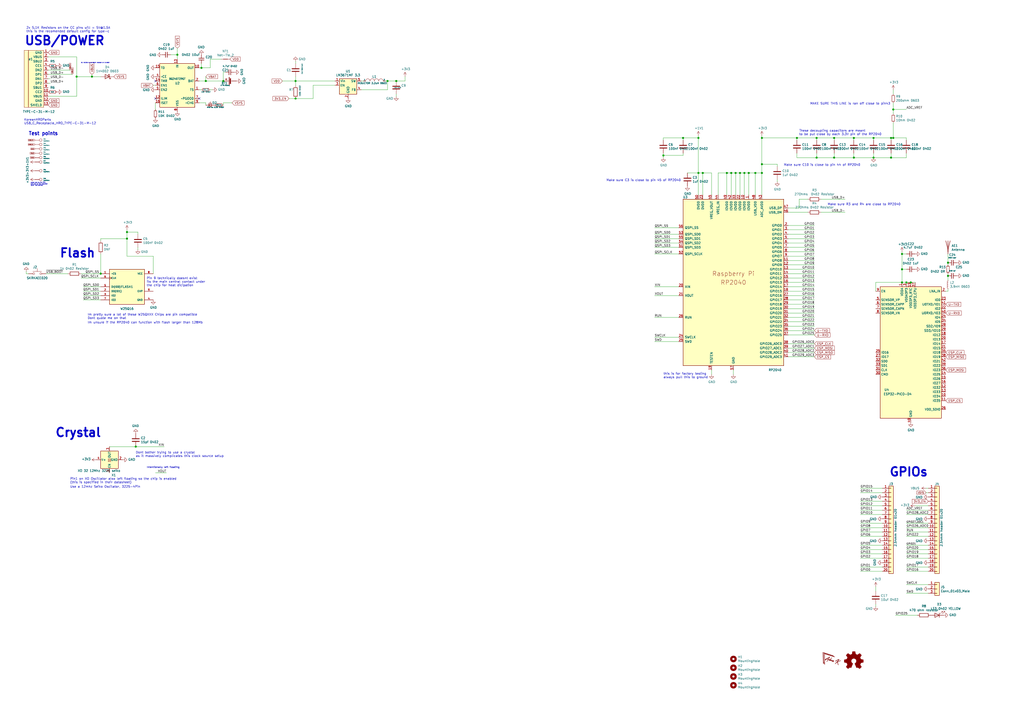
<source format=kicad_sch>
(kicad_sch (version 20210621) (generator eeschema)
  (paper "A2")
  (title_block (title "RP2040 Minimal Design Example") (date "2020-12-18") (rev "REV1") (company "Raspberry Pi (Trading) Ltd"))
  (junction (at 44.45 44.45) (diameter 1.016))
  (junction (at 53.34 44.45) (diameter 1.016))
  (junction (at 58.42 158.75) (diameter 1.016))
  (junction (at 73.66 134.62) (diameter 1.016))
  (junction (at 73.66 138.43) (diameter 1.016))
  (junction (at 78.74 259.08) (diameter 1.016))
  (junction (at 102.87 31.75) (diameter 1.016))
  (junction (at 116.84 39.37) (diameter 1.016))
  (junction (at 119.38 46.99) (diameter 1.016))
  (junction (at 129.54 46.99) (diameter 1.016))
  (junction (at 171.45 46.99) (diameter 1.016))
  (junction (at 171.45 57.15) (diameter 1.016))
  (junction (at 224.79 46.99) (diameter 1.016))
  (junction (at 229.87 46.99) (diameter 1.016))
  (junction (at 384.81 90.17) (diameter 1.016))
  (junction (at 396.24 80.01) (diameter 1.016))
  (junction (at 405.13 80.01) (diameter 1.016))
  (junction (at 405.13 100.33) (diameter 1.016))
  (junction (at 407.67 100.33) (diameter 1.016))
  (junction (at 421.64 100.33) (diameter 1.016))
  (junction (at 424.18 100.33) (diameter 1.016))
  (junction (at 426.72 100.33) (diameter 1.016))
  (junction (at 429.26 100.33) (diameter 1.016))
  (junction (at 431.8 100.33) (diameter 1.016))
  (junction (at 434.34 100.33) (diameter 1.016))
  (junction (at 438.15 100.33) (diameter 1.016))
  (junction (at 441.96 80.01) (diameter 1.016))
  (junction (at 441.96 95.25) (diameter 1.016))
  (junction (at 441.96 100.33) (diameter 1.016))
  (junction (at 462.28 80.01) (diameter 1.016))
  (junction (at 473.71 80.01) (diameter 1.016))
  (junction (at 473.71 91.44) (diameter 1.016))
  (junction (at 483.87 80.01) (diameter 1.016))
  (junction (at 483.87 91.44) (diameter 1.016))
  (junction (at 495.3 80.01) (diameter 1.016))
  (junction (at 495.3 91.44) (diameter 1.016))
  (junction (at 506.73 80.01) (diameter 1.016))
  (junction (at 506.73 91.44) (diameter 1.016))
  (junction (at 516.89 80.01) (diameter 1.016))
  (junction (at 516.89 91.44) (diameter 1.016))
  (junction (at 518.16 63.5) (diameter 1.016))
  (junction (at 518.16 80.01) (diameter 1.016))
  (junction (at 523.24 147.32) (diameter 1.016))
  (junction (at 523.24 156.21) (diameter 1.016))
  (junction (at 523.24 163.83) (diameter 1.016))
  (junction (at 525.78 163.83) (diameter 1.016))
  (junction (at 528.32 163.83) (diameter 1.016))
  (junction (at 549.91 152.4) (diameter 1.016))
  (junction (at 549.91 160.02) (diameter 1.016))
  (no_connect (at 90.17 46.99))
  (no_connect (at 90.17 57.15))
  (no_connect (at 115.57 57.15))
  (wire (pts (xy 15.24 158.75) (xy 15.24 157.48)))
  (wire (pts (xy 16.51 158.75) (xy 15.24 158.75)))
  (wire (pts (xy 27.94 33.02) (xy 44.45 33.02)))
  (wire (pts (xy 27.94 40.64) (xy 40.64 40.64)))
  (wire (pts (xy 27.94 43.18) (xy 41.91 43.18)))
  (wire (pts (xy 27.94 45.72) (xy 29.21 45.72)))
  (wire (pts (xy 27.94 48.26) (xy 29.21 48.26)))
  (wire (pts (xy 39.37 158.75) (xy 26.67 158.75)))
  (wire (pts (xy 44.45 33.02) (xy 44.45 44.45)))
  (wire (pts (xy 44.45 44.45) (xy 44.45 55.88)))
  (wire (pts (xy 44.45 44.45) (xy 53.34 44.45)))
  (wire (pts (xy 44.45 55.88) (xy 27.94 55.88)))
  (wire (pts (xy 46.99 158.75) (xy 58.42 158.75)))
  (wire (pts (xy 46.99 161.29) (xy 58.42 161.29)))
  (wire (pts (xy 48.26 168.91) (xy 58.42 168.91)))
  (wire (pts (xy 53.34 44.45) (xy 53.34 43.18)))
  (wire (pts (xy 53.34 44.45) (xy 58.42 44.45)))
  (wire (pts (xy 58.42 138.43) (xy 73.66 138.43)))
  (wire (pts (xy 58.42 139.7) (xy 58.42 138.43)))
  (wire (pts (xy 58.42 147.32) (xy 58.42 158.75)))
  (wire (pts (xy 58.42 166.37) (xy 48.26 166.37)))
  (wire (pts (xy 58.42 171.45) (xy 48.26 171.45)))
  (wire (pts (xy 58.42 173.99) (xy 48.26 173.99)))
  (wire (pts (xy 63.5 259.08) (xy 78.74 259.08)))
  (wire (pts (xy 73.66 133.35) (xy 73.66 134.62)))
  (wire (pts (xy 73.66 134.62) (xy 73.66 138.43)))
  (wire (pts (xy 73.66 138.43) (xy 73.66 148.59)))
  (wire (pts (xy 73.66 148.59) (xy 88.9 148.59)))
  (wire (pts (xy 78.74 259.08) (xy 95.25 259.08)))
  (wire (pts (xy 80.01 134.62) (xy 73.66 134.62)))
  (wire (pts (xy 80.01 135.89) (xy 80.01 134.62)))
  (wire (pts (xy 80.01 143.51) (xy 80.01 144.78)))
  (wire (pts (xy 88.9 49.53) (xy 90.17 49.53)))
  (wire (pts (xy 88.9 158.75) (xy 88.9 148.59)))
  (wire (pts (xy 90.17 63.5) (xy 90.17 59.69)))
  (wire (pts (xy 90.17 274.32) (xy 96.52 274.32)))
  (wire (pts (xy 99.06 31.75) (xy 102.87 31.75)))
  (wire (pts (xy 102.87 31.75) (xy 102.87 27.94)))
  (wire (pts (xy 102.87 34.29) (xy 102.87 31.75)))
  (wire (pts (xy 115.57 52.07) (xy 116.84 52.07)))
  (wire (pts (xy 115.57 59.69) (xy 119.38 59.69)))
  (wire (pts (xy 116.84 36.83) (xy 116.84 39.37)))
  (wire (pts (xy 116.84 39.37) (xy 115.57 39.37)))
  (wire (pts (xy 119.38 44.45) (xy 119.38 46.99)))
  (wire (pts (xy 119.38 46.99) (xy 115.57 46.99)))
  (wire (pts (xy 119.38 59.69) (xy 119.38 60.96)))
  (wire (pts (xy 121.92 34.29) (xy 121.92 39.37)))
  (wire (pts (xy 121.92 39.37) (xy 116.84 39.37)))
  (wire (pts (xy 121.92 52.07) (xy 123.19 52.07)))
  (wire (pts (xy 128.27 34.29) (xy 121.92 34.29)))
  (wire (pts (xy 129.54 41.91) (xy 129.54 46.99)))
  (wire (pts (xy 129.54 46.99) (xy 119.38 46.99)))
  (wire (pts (xy 129.54 59.69) (xy 129.54 60.96)))
  (wire (pts (xy 130.81 41.91) (xy 129.54 41.91)))
  (wire (pts (xy 134.62 59.69) (xy 129.54 59.69)))
  (wire (pts (xy 163.83 46.99) (xy 171.45 46.99)))
  (wire (pts (xy 171.45 36.83) (xy 171.45 35.56)))
  (wire (pts (xy 171.45 44.45) (xy 171.45 46.99)))
  (wire (pts (xy 171.45 46.99) (xy 194.31 46.99)))
  (wire (pts (xy 171.45 49.53) (xy 171.45 46.99)))
  (wire (pts (xy 171.45 57.15) (xy 167.64 57.15)))
  (wire (pts (xy 171.45 57.15) (xy 181.61 57.15)))
  (wire (pts (xy 181.61 49.53) (xy 181.61 57.15)))
  (wire (pts (xy 181.61 49.53) (xy 194.31 49.53)))
  (wire (pts (xy 209.55 46.99) (xy 210.82 46.99)))
  (wire (pts (xy 209.55 52.07) (xy 224.79 52.07)))
  (wire (pts (xy 223.52 46.99) (xy 224.79 46.99)))
  (wire (pts (xy 224.79 46.99) (xy 229.87 46.99)))
  (wire (pts (xy 224.79 52.07) (xy 224.79 46.99)))
  (wire (pts (xy 229.87 54.61) (xy 229.87 55.88)))
  (wire (pts (xy 234.95 44.45) (xy 234.95 46.99)))
  (wire (pts (xy 234.95 46.99) (xy 229.87 46.99)))
  (wire (pts (xy 379.73 135.89) (xy 393.7 135.89)))
  (wire (pts (xy 379.73 138.43) (xy 393.7 138.43)))
  (wire (pts (xy 379.73 140.97) (xy 393.7 140.97)))
  (wire (pts (xy 379.73 143.51) (xy 393.7 143.51)))
  (wire (pts (xy 379.73 166.37) (xy 393.7 166.37)))
  (wire (pts (xy 384.81 80.01) (xy 396.24 80.01)))
  (wire (pts (xy 384.81 81.28) (xy 384.81 80.01)))
  (wire (pts (xy 384.81 88.9) (xy 384.81 90.17)))
  (wire (pts (xy 384.81 90.17) (xy 384.81 91.44)))
  (wire (pts (xy 384.81 90.17) (xy 396.24 90.17)))
  (wire (pts (xy 393.7 132.08) (xy 379.73 132.08)))
  (wire (pts (xy 393.7 147.32) (xy 379.73 147.32)))
  (wire (pts (xy 393.7 171.45) (xy 379.73 171.45)))
  (wire (pts (xy 393.7 184.15) (xy 379.73 184.15)))
  (wire (pts (xy 393.7 195.58) (xy 379.73 195.58)))
  (wire (pts (xy 393.7 198.12) (xy 379.73 198.12)))
  (wire (pts (xy 396.24 80.01) (xy 405.13 80.01)))
  (wire (pts (xy 396.24 81.28) (xy 396.24 80.01)))
  (wire (pts (xy 396.24 90.17) (xy 396.24 88.9)))
  (wire (pts (xy 405.13 78.74) (xy 405.13 80.01)))
  (wire (pts (xy 405.13 80.01) (xy 405.13 100.33)))
  (wire (pts (xy 405.13 100.33) (xy 398.78 100.33)))
  (wire (pts (xy 405.13 100.33) (xy 405.13 113.03)))
  (wire (pts (xy 407.67 100.33) (xy 405.13 100.33)))
  (wire (pts (xy 407.67 113.03) (xy 407.67 100.33)))
  (wire (pts (xy 412.75 100.33) (xy 407.67 100.33)))
  (wire (pts (xy 412.75 113.03) (xy 412.75 100.33)))
  (wire (pts (xy 412.75 214.63) (xy 412.75 217.17)))
  (wire (pts (xy 416.56 100.33) (xy 421.64 100.33)))
  (wire (pts (xy 416.56 113.03) (xy 416.56 100.33)))
  (wire (pts (xy 421.64 100.33) (xy 424.18 100.33)))
  (wire (pts (xy 421.64 113.03) (xy 421.64 100.33)))
  (wire (pts (xy 424.18 100.33) (xy 426.72 100.33)))
  (wire (pts (xy 424.18 113.03) (xy 424.18 100.33)))
  (wire (pts (xy 425.45 214.63) (xy 425.45 217.17)))
  (wire (pts (xy 426.72 100.33) (xy 429.26 100.33)))
  (wire (pts (xy 426.72 113.03) (xy 426.72 100.33)))
  (wire (pts (xy 429.26 100.33) (xy 431.8 100.33)))
  (wire (pts (xy 429.26 113.03) (xy 429.26 100.33)))
  (wire (pts (xy 431.8 100.33) (xy 434.34 100.33)))
  (wire (pts (xy 431.8 113.03) (xy 431.8 100.33)))
  (wire (pts (xy 434.34 100.33) (xy 434.34 113.03)))
  (wire (pts (xy 434.34 100.33) (xy 438.15 100.33)))
  (wire (pts (xy 438.15 100.33) (xy 441.96 100.33)))
  (wire (pts (xy 438.15 113.03) (xy 438.15 100.33)))
  (wire (pts (xy 441.96 78.74) (xy 441.96 80.01)))
  (wire (pts (xy 441.96 80.01) (xy 441.96 95.25)))
  (wire (pts (xy 441.96 80.01) (xy 462.28 80.01)))
  (wire (pts (xy 441.96 95.25) (xy 441.96 100.33)))
  (wire (pts (xy 441.96 95.25) (xy 450.85 95.25)))
  (wire (pts (xy 441.96 100.33) (xy 441.96 113.03)))
  (wire (pts (xy 450.85 96.52) (xy 450.85 95.25)))
  (wire (pts (xy 450.85 104.14) (xy 450.85 105.41)))
  (wire (pts (xy 457.2 120.65) (xy 463.55 120.65)))
  (wire (pts (xy 457.2 123.19) (xy 468.63 123.19)))
  (wire (pts (xy 457.2 130.81) (xy 472.44 130.81)))
  (wire (pts (xy 457.2 133.35) (xy 472.44 133.35)))
  (wire (pts (xy 457.2 135.89) (xy 472.44 135.89)))
  (wire (pts (xy 457.2 138.43) (xy 472.44 138.43)))
  (wire (pts (xy 457.2 140.97) (xy 472.44 140.97)))
  (wire (pts (xy 457.2 143.51) (xy 472.44 143.51)))
  (wire (pts (xy 457.2 146.05) (xy 472.44 146.05)))
  (wire (pts (xy 457.2 148.59) (xy 472.44 148.59)))
  (wire (pts (xy 457.2 151.13) (xy 472.44 151.13)))
  (wire (pts (xy 457.2 153.67) (xy 472.44 153.67)))
  (wire (pts (xy 457.2 156.21) (xy 472.44 156.21)))
  (wire (pts (xy 457.2 158.75) (xy 472.44 158.75)))
  (wire (pts (xy 457.2 161.29) (xy 472.44 161.29)))
  (wire (pts (xy 457.2 163.83) (xy 472.44 163.83)))
  (wire (pts (xy 457.2 166.37) (xy 472.44 166.37)))
  (wire (pts (xy 457.2 168.91) (xy 472.44 168.91)))
  (wire (pts (xy 457.2 171.45) (xy 472.44 171.45)))
  (wire (pts (xy 457.2 173.99) (xy 472.44 173.99)))
  (wire (pts (xy 457.2 176.53) (xy 472.44 176.53)))
  (wire (pts (xy 457.2 179.07) (xy 472.44 179.07)))
  (wire (pts (xy 457.2 181.61) (xy 472.44 181.61)))
  (wire (pts (xy 457.2 184.15) (xy 472.44 184.15)))
  (wire (pts (xy 457.2 186.69) (xy 472.44 186.69)))
  (wire (pts (xy 457.2 189.23) (xy 472.44 189.23)))
  (wire (pts (xy 457.2 191.77) (xy 472.44 191.77)))
  (wire (pts (xy 457.2 194.31) (xy 472.44 194.31)))
  (wire (pts (xy 457.2 199.39) (xy 472.44 199.39)))
  (wire (pts (xy 457.2 201.93) (xy 472.44 201.93)))
  (wire (pts (xy 457.2 204.47) (xy 472.44 204.47)))
  (wire (pts (xy 457.2 207.01) (xy 472.44 207.01)))
  (wire (pts (xy 462.28 80.01) (xy 473.71 80.01)))
  (wire (pts (xy 462.28 81.28) (xy 462.28 80.01)))
  (wire (pts (xy 462.28 88.9) (xy 462.28 91.44)))
  (wire (pts (xy 462.28 91.44) (xy 473.71 91.44)))
  (wire (pts (xy 463.55 115.57) (xy 463.55 120.65)))
  (wire (pts (xy 463.55 115.57) (xy 468.63 115.57)))
  (wire (pts (xy 473.71 80.01) (xy 483.87 80.01)))
  (wire (pts (xy 473.71 81.28) (xy 473.71 80.01)))
  (wire (pts (xy 473.71 91.44) (xy 473.71 88.9)))
  (wire (pts (xy 473.71 91.44) (xy 483.87 91.44)))
  (wire (pts (xy 476.25 115.57) (xy 490.22 115.57)))
  (wire (pts (xy 476.25 123.19) (xy 490.22 123.19)))
  (wire (pts (xy 483.87 80.01) (xy 495.3 80.01)))
  (wire (pts (xy 483.87 81.28) (xy 483.87 80.01)))
  (wire (pts (xy 483.87 88.9) (xy 483.87 91.44)))
  (wire (pts (xy 495.3 80.01) (xy 506.73 80.01)))
  (wire (pts (xy 495.3 81.28) (xy 495.3 80.01)))
  (wire (pts (xy 495.3 88.9) (xy 495.3 91.44)))
  (wire (pts (xy 495.3 91.44) (xy 483.87 91.44)))
  (wire (pts (xy 499.11 298.45) (xy 511.81 298.45)))
  (wire (pts (xy 499.11 311.15) (xy 511.81 311.15)))
  (wire (pts (xy 499.11 316.23) (xy 511.81 316.23)))
  (wire (pts (xy 506.73 80.01) (xy 516.89 80.01)))
  (wire (pts (xy 506.73 81.28) (xy 506.73 80.01)))
  (wire (pts (xy 506.73 88.9) (xy 506.73 91.44)))
  (wire (pts (xy 506.73 91.44) (xy 495.3 91.44)))
  (wire (pts (xy 508 163.83) (xy 508 168.91)))
  (wire (pts (xy 508 340.36) (xy 508 342.9)))
  (wire (pts (xy 508 350.52) (xy 508 351.79)))
  (wire (pts (xy 511.81 283.21) (xy 499.11 283.21)))
  (wire (pts (xy 511.81 285.75) (xy 499.11 285.75)))
  (wire (pts (xy 511.81 290.83) (xy 499.11 290.83)))
  (wire (pts (xy 511.81 293.37) (xy 499.11 293.37)))
  (wire (pts (xy 511.81 295.91) (xy 499.11 295.91)))
  (wire (pts (xy 511.81 303.53) (xy 499.11 303.53)))
  (wire (pts (xy 511.81 306.07) (xy 499.11 306.07)))
  (wire (pts (xy 511.81 308.61) (xy 499.11 308.61)))
  (wire (pts (xy 511.81 318.77) (xy 499.11 318.77)))
  (wire (pts (xy 511.81 321.31) (xy 499.11 321.31)))
  (wire (pts (xy 511.81 323.85) (xy 499.11 323.85)))
  (wire (pts (xy 511.81 328.93) (xy 499.11 328.93)))
  (wire (pts (xy 511.81 331.47) (xy 499.11 331.47)))
  (wire (pts (xy 516.89 80.01) (xy 516.89 81.28)))
  (wire (pts (xy 516.89 80.01) (xy 518.16 80.01)))
  (wire (pts (xy 516.89 88.9) (xy 516.89 91.44)))
  (wire (pts (xy 516.89 91.44) (xy 506.73 91.44)))
  (wire (pts (xy 516.89 91.44) (xy 525.78 91.44)))
  (wire (pts (xy 518.16 52.07) (xy 518.16 54.61)))
  (wire (pts (xy 518.16 59.69) (xy 518.16 63.5)))
  (wire (pts (xy 518.16 63.5) (xy 518.16 66.04)))
  (wire (pts (xy 518.16 63.5) (xy 525.78 63.5)))
  (wire (pts (xy 518.16 80.01) (xy 518.16 71.12)))
  (wire (pts (xy 518.16 80.01) (xy 525.78 80.01)))
  (wire (pts (xy 523.24 146.05) (xy 523.24 147.32)))
  (wire (pts (xy 523.24 147.32) (xy 523.24 156.21)))
  (wire (pts (xy 523.24 147.32) (xy 525.78 147.32)))
  (wire (pts (xy 523.24 156.21) (xy 523.24 163.83)))
  (wire (pts (xy 523.24 156.21) (xy 525.78 156.21)))
  (wire (pts (xy 523.24 163.83) (xy 508 163.83)))
  (wire (pts (xy 523.24 163.83) (xy 525.78 163.83)))
  (wire (pts (xy 525.78 80.01) (xy 525.78 81.28)))
  (wire (pts (xy 525.78 88.9) (xy 525.78 91.44)))
  (wire (pts (xy 525.78 163.83) (xy 528.32 163.83)))
  (wire (pts (xy 525.78 308.61) (xy 538.48 308.61)))
  (wire (pts (xy 525.78 344.17) (xy 538.48 344.17)))
  (wire (pts (xy 528.32 163.83) (xy 530.86 163.83)))
  (wire (pts (xy 530.86 293.37) (xy 538.48 293.37)))
  (wire (pts (xy 532.13 356.87) (xy 519.43 356.87)))
  (wire (pts (xy 537.21 283.21) (xy 538.48 283.21)))
  (wire (pts (xy 538.48 285.75) (xy 537.21 285.75)))
  (wire (pts (xy 538.48 295.91) (xy 525.78 295.91)))
  (wire (pts (xy 538.48 298.45) (xy 525.78 298.45)))
  (wire (pts (xy 538.48 303.53) (xy 525.78 303.53)))
  (wire (pts (xy 538.48 306.07) (xy 525.78 306.07)))
  (wire (pts (xy 538.48 311.15) (xy 525.78 311.15)))
  (wire (pts (xy 538.48 316.23) (xy 525.78 316.23)))
  (wire (pts (xy 538.48 318.77) (xy 525.78 318.77)))
  (wire (pts (xy 538.48 321.31) (xy 525.78 321.31)))
  (wire (pts (xy 538.48 323.85) (xy 525.78 323.85)))
  (wire (pts (xy 538.48 328.93) (xy 525.78 328.93)))
  (wire (pts (xy 538.48 331.47) (xy 525.78 331.47)))
  (wire (pts (xy 538.48 339.09) (xy 525.78 339.09)))
  (wire (pts (xy 548.64 168.91) (xy 549.91 168.91)))
  (wire (pts (xy 549.91 152.4) (xy 549.91 147.32)))
  (wire (pts (xy 549.91 153.67) (xy 549.91 152.4)))
  (wire (pts (xy 549.91 160.02) (xy 549.91 158.75)))
  (wire (pts (xy 549.91 162.56) (xy 549.91 160.02)))
  (wire (pts (xy 549.91 168.91) (xy 549.91 167.64)))
  (text "USB/POWER" (at 13.97 26.67 0) (effects (font (size 5.0038 5.0038) (thickness 1.0008) bold) (justify left bottom)))
  (text "KoreanHROParts \nUSB_C_Receptacle_HRO_TYPE-C-31-M-12" (at 13.97 72.39 0) (effects (font (size 1.27 1.27)) (justify left bottom)))
  (text "2x 5.1K Resistors on the CC pins will = 5V@1.5A\nthis is the recomended default config for type-c" (at 15.24 19.05 0) (effects (font (size 1.27 1.27)) (justify left bottom)))
  (text "Test points" (at 16.51 78.74 0) (effects (font (size 2.0066 2.0066) (thickness 0.4013) bold) (justify left bottom)))
  (text "place one by the CPU\nand one by the regulator\n(3.3V Test points)" (at 17.78 107.95 0) (effects (font (size 0.508 0.508)) (justify left bottom)))
  (text "Crystal" (at 31.75 254 0) (effects (font (size 5.0038 5.0038) (thickness 1.0008) bold) (justify left bottom)))
  (text "Flash" (at 34.29 149.86 0) (effects (font (size 5.0038 5.0038) (thickness 1.0008) bold) (justify left bottom)))
  (text "Pin1 on XO Oscillator also left floating so the chip is enabled\n(this is specified in their datasheet)" (at 40.64 280.67 0) (effects (font (size 1.27 1.27)) (justify left bottom)))
  (text "Use a 12mhz Seiko Oscilator, 3225-4Pin" (at 40.64 283.21 0) (effects (font (size 1.27 1.27)) (justify left bottom)))
  (text "D1 NEEDS to be 0omh resistor or 1n4002" (at 46.99 36.83 0) (effects (font (size 0.508 0.508)) (justify left bottom)))
  (text "Im pretty sure a lot of these W25QXXX Chips are pin compatible\nDont quote me on that" (at 50.8 185.42 0) (effects (font (size 1.27 1.27)) (justify left bottom)))
  (text "Im unsure if the RP2040 can function with flash larger than 128Mb" (at 50.8 187.96 0) (effects (font (size 1.27 1.27)) (justify left bottom)))
  (text "Dont bother trying to use a crystal\nas it massively complicates this clock source setup" (at 78.74 265.43 0) (effects (font (size 1.27 1.27)) (justify left bottom)))
  (text "Pin 9 technically doesnt exist\nits the main central contact under\nthe chip for heat dicipation" (at 85.09 166.37 0) (effects (font (size 1.27 1.27)) (justify left bottom)))
  (text "Intentionally left floating" (at 85.09 271.78 0) (effects (font (size 0.9906 0.9906)) (justify left bottom)))
  (text "this is for factory testing\nalways pull this to ground" (at 384.81 219.71 0) (effects (font (size 1.27 1.27)) (justify left bottom)))
  (text "Make sure C3 is close to pin 45 of RP2040" (at 394.97 105.41 180) (effects (font (size 1.27 1.27)) (justify right bottom)))
  (text "Make sure C10 is close to pin 44 of RP2040" (at 454.66 96.52 0) (effects (font (size 1.27 1.27)) (justify left bottom)))
  (text "These decoupling capacitors are meant\nto be put close by each 3.3V pin of the RP2040" (at 463.55 78.74 0) (effects (font (size 1.27 1.27)) (justify left bottom)))
  (text "MAKE SURE THIS LINE is ran off close to pin43" (at 469.9 60.96 0) (effects (font (size 1.27 1.27)) (justify left bottom)))
  (text "Make sure R3 and R4 are close to RP2040" (at 480.06 119.38 0) (effects (font (size 1.27 1.27)) (justify left bottom)))
  (text "GPIOs" (at 515.62 276.86 0) (effects (font (size 5.0038 5.0038) (thickness 1.0008) bold) (justify left bottom)))
  (label "~{USB_BOOT}" (at 26.67 158.75 0))
  (label "USB_D-" (at 29.21 40.64 0))
  (label "USB_D+" (at 29.21 43.18 0))
  (label "USB_D-" (at 29.21 45.72 0))
  (label "USB_D+" (at 29.21 48.26 0))
  (label "QSPI_SCLK" (at 46.99 161.29 0))
  (label "QSPI_SD0" (at 48.26 166.37 0))
  (label "QSPI_SD1" (at 48.26 168.91 0))
  (label "QSPI_SD2" (at 48.26 171.45 0))
  (label "QSPI_SD3" (at 48.26 173.99 0))
  (label "QSPI_SS" (at 49.53 158.75 0))
  (label "XIN" (at 95.25 259.08 180))
  (label "XOUT" (at 96.52 274.32 180))
  (label "QSPI_SS" (at 379.73 132.08 0))
  (label "QSPI_SD0" (at 379.73 135.89 0))
  (label "QSPI_SD1" (at 379.73 138.43 0))
  (label "QSPI_SD2" (at 379.73 140.97 0))
  (label "QSPI_SD3" (at 379.73 143.51 0))
  (label "QSPI_SCLK" (at 379.73 147.32 0))
  (label "XIN" (at 379.73 166.37 0))
  (label "XOUT" (at 379.73 171.45 0))
  (label "RUN" (at 379.73 184.15 0))
  (label "SWCLK" (at 379.73 195.58 0))
  (label "SWD" (at 379.73 198.12 0))
  (label "GPIO0" (at 472.44 130.81 180))
  (label "GPIO1" (at 472.44 133.35 180))
  (label "GPIO2" (at 472.44 135.89 180))
  (label "GPIO3" (at 472.44 138.43 180))
  (label "GPIO4" (at 472.44 140.97 180))
  (label "GPIO5" (at 472.44 143.51 180))
  (label "GPIO6" (at 472.44 146.05 180))
  (label "GPIO7" (at 472.44 148.59 180))
  (label "GPIO8" (at 472.44 151.13 180))
  (label "GPIO9" (at 472.44 153.67 180))
  (label "GPIO10" (at 472.44 156.21 180))
  (label "GPIO11" (at 472.44 158.75 180))
  (label "GPIO12" (at 472.44 161.29 180))
  (label "GPIO13" (at 472.44 163.83 180))
  (label "GPIO14" (at 472.44 166.37 180))
  (label "GPIO15" (at 472.44 168.91 180))
  (label "GPIO16" (at 472.44 171.45 180))
  (label "GPIO17" (at 472.44 173.99 180))
  (label "GPIO18" (at 472.44 176.53 180))
  (label "GPIO19" (at 472.44 179.07 180))
  (label "GPIO20" (at 472.44 181.61 180))
  (label "GPIO21" (at 472.44 184.15 180))
  (label "GPIO22" (at 472.44 186.69 180))
  (label "GPIO23" (at 472.44 189.23 180))
  (label "GPIO24" (at 472.44 191.77 180))
  (label "GPIO25" (at 472.44 194.31 180))
  (label "GPIO26_ADC0" (at 472.44 199.39 180))
  (label "GPIO27_ADC1" (at 472.44 201.93 180))
  (label "GPIO28_ADC2" (at 472.44 204.47 180))
  (label "GPIO29_ADC3" (at 472.44 207.01 180))
  (label "USB_D+" (at 490.22 115.57 180))
  (label "USB_D-" (at 490.22 123.19 180))
  (label "GPIO15" (at 499.11 283.21 0))
  (label "GPIO14" (at 499.11 285.75 0))
  (label "GPIO13" (at 499.11 290.83 0))
  (label "GPIO12" (at 499.11 293.37 0))
  (label "GPIO11" (at 499.11 295.91 0))
  (label "GPIO10" (at 499.11 298.45 0))
  (label "GPIO9" (at 499.11 303.53 0))
  (label "GPIO8" (at 499.11 306.07 0))
  (label "GPIO7" (at 499.11 308.61 0))
  (label "GPIO6" (at 499.11 311.15 0))
  (label "GPIO5" (at 499.11 316.23 0))
  (label "GPIO4" (at 499.11 318.77 0))
  (label "GPIO3" (at 499.11 321.31 0))
  (label "GPIO2" (at 499.11 323.85 0))
  (label "GPIO1" (at 499.11 328.93 0))
  (label "GPIO0" (at 499.11 331.47 0))
  (label "GPIO25" (at 519.43 356.87 0))
  (label "ADC_VREF" (at 525.78 63.5 0))
  (label "ADC_VREF" (at 525.78 295.91 0))
  (label "GPIO28_ADC2" (at 525.78 298.45 0))
  (label "GPIO27_ADC1" (at 525.78 303.53 0) (effects (font (size 0.9906 0.9906))))
  (label "GPIO26_ADC0" (at 525.78 306.07 0))
  (label "RUN" (at 525.78 308.61 0))
  (label "GPIO22" (at 525.78 311.15 0))
  (label "GPIO21" (at 525.78 316.23 0) (effects (font (size 0.9906 0.9906))))
  (label "GPIO20" (at 525.78 318.77 0))
  (label "GPIO19" (at 525.78 321.31 0))
  (label "GPIO18" (at 525.78 323.85 0))
  (label "GPIO17" (at 525.78 328.93 0))
  (label "GPIO16" (at 525.78 331.47 0))
  (label "SWCLK" (at 525.78 339.09 0))
  (label "SWD" (at 525.78 344.17 0))
  (global_label "USB_D+" (shape input) (at 20.32 81.28 180) (effects (font (size 0.508 0.508))) (property "Intersheet References" "${INTERSHEET_REFS}" (effects hide)))
  (global_label "USB_D-" (shape input) (at 20.32 83.82 180) (effects (font (size 0.508 0.508))) (property "Intersheet References" "${INTERSHEET_REFS}" (effects hide)))
  (global_label "GND" (shape input) (at 20.32 86.36 180) (effects (font (size 0.508 0.508))) (property "Intersheet References" "${INTERSHEET_REFS}" (effects hide)))
  (global_label "VBUS" (shape input) (at 20.32 88.9 180) (effects (font (size 0.508 0.508))) (property "Intersheet References" "${INTERSHEET_REFS}" (effects hide)))
  (global_label "VSYS" (shape input) (at 20.32 91.44 180) (effects (font (size 0.508 0.508))) (property "Intersheet References" "${INTERSHEET_REFS}" (effects hide)))
  (global_label "GND" (shape input) (at 27.94 30.48 0) (property "Intersheet References" "${INTERSHEET_REFS}" (effects hide)))
  (global_label "GND" (shape input) (at 27.94 58.42 0) (property "Intersheet References" "${INTERSHEET_REFS}" (effects hide)))
  (global_label "GND" (shape input) (at 27.94 60.96 0) (property "Intersheet References" "${INTERSHEET_REFS}" (effects hide)))
  (global_label "USB_D-" (shape input) (at 40.64 40.64 90) (effects (font (size 0.508 0.508))) (property "Intersheet References" "${INTERSHEET_REFS}" (effects hide)))
  (global_label "USB_D+" (shape input) (at 41.91 43.18 90) (effects (font (size 0.508 0.508))) (property "Intersheet References" "${INTERSHEET_REFS}" (effects hide)))
  (global_label "VBUS" (shape input) (at 53.34 43.18 90) (effects (font (size 1.1938 1.1938))) (property "Intersheet References" "${INTERSHEET_REFS}" (effects hide)))
  (global_label "VSYS" (shape input) (at 66.04 44.45 0) (property "Intersheet References" "${INTERSHEET_REFS}" (effects hide)))
  (global_label "VBAT" (shape input) (at 88.9 49.53 180) (property "Intersheet References" "${INTERSHEET_REFS}" (effects hide)))
  (global_label "VSYS" (shape input) (at 102.87 27.94 90) (property "Intersheet References" "${INTERSHEET_REFS}" (effects hide)))
  (global_label "VBAT" (shape input) (at 119.38 44.45 0) (property "Intersheet References" "${INTERSHEET_REFS}" (effects hide)))
  (global_label "VDD" (shape input) (at 133.35 34.29 0) (property "Intersheet References" "${INTERSHEET_REFS}" (effects hide)))
  (global_label "VSYS" (shape input) (at 134.62 59.69 0) (property "Intersheet References" "${INTERSHEET_REFS}" (effects hide)))
  (global_label "VDD" (shape input) (at 163.83 46.99 180) (property "Intersheet References" "${INTERSHEET_REFS}" (effects hide)))
  (global_label "3V3_EN" (shape input) (at 167.64 57.15 180) (property "Intersheet References" "${INTERSHEET_REFS}" (effects hide)))
  (global_label "U-TXD" (shape input) (at 472.44 191.77 0) (property "Intersheet References" "${INTERSHEET_REFS}" (effects hide)))
  (global_label "U-RXD" (shape input) (at 472.44 194.31 0) (property "Intersheet References" "${INTERSHEET_REFS}" (effects hide)))
  (global_label "ESP_CLK" (shape input) (at 472.44 199.39 0) (property "Intersheet References" "${INTERSHEET_REFS}" (effects hide)))
  (global_label "ESP_MOSI" (shape input) (at 472.44 201.93 0) (property "Intersheet References" "${INTERSHEET_REFS}" (effects hide)))
  (global_label "ESP_MISO" (shape input) (at 472.44 204.47 0) (property "Intersheet References" "${INTERSHEET_REFS}" (effects hide)))
  (global_label "ESP_CS" (shape input) (at 472.44 207.01 0) (property "Intersheet References" "${INTERSHEET_REFS}" (effects hide)))
  (global_label "VSYS" (shape input) (at 537.21 285.75 180) (effects (font (size 0.9906 0.9906))) (property "Intersheet References" "${INTERSHEET_REFS}" (effects hide)))
  (global_label "3V3_EN" (shape input) (at 538.48 290.83 180) (property "Intersheet References" "${INTERSHEET_REFS}" (effects hide)))
  (global_label "U-TXD" (shape input) (at 548.64 176.53 0) (property "Intersheet References" "${INTERSHEET_REFS}" (effects hide)))
  (global_label "U-RXD" (shape input) (at 548.64 181.61 0) (property "Intersheet References" "${INTERSHEET_REFS}" (effects hide)))
  (global_label "ESP_CLK" (shape input) (at 548.64 204.47 0) (property "Intersheet References" "${INTERSHEET_REFS}" (effects hide)))
  (global_label "ESP_MISO" (shape input) (at 548.64 207.01 0) (property "Intersheet References" "${INTERSHEET_REFS}" (effects hide)))
  (global_label "ESP_MOSI" (shape input) (at 548.64 214.63 0) (property "Intersheet References" "${INTERSHEET_REFS}" (effects hide)))
  (global_label "ESP_CS" (shape input) (at 548.64 232.41 0) (property "Intersheet References" "${INTERSHEET_REFS}" (effects hide)))
  (symbol (lib_id "power:+1V1") (at 20.32 93.98 90) (unit 1)
    (property "Reference" "#PWR05" (effects hide))
    (property "Value" "+1V1" (at 15.9258 93.599 0))
  )
  (symbol (lib_id "power:+3V3") (at 20.32 99.06 90) (unit 1)
    (property "Reference" "#PWR0113" (effects hide))
    (property "Value" "+3V3" (at 15.9258 98.679 0))
  )
  (symbol (lib_id "power:+3V3") (at 20.32 104.14 90) (unit 1)
    (property "Reference" "#PWR0112" (effects hide))
    (property "Value" "+3V3" (at 15.9258 103.759 0))
  )
  (symbol (lib_id "power:+3.3V") (at 55.88 266.7 90) (unit 1)
    (property "Reference" "#PWR0106" (effects hide))
    (property "Value" "+3.3V" (at 52.6288 266.319 90) (effects (justify left)))
  )
  (symbol (lib_id "power:+3V3") (at 73.66 133.35 0) (unit 1)
    (property "Reference" "#PWR07" (effects hide))
    (property "Value" "+3V3" (at 74.041 128.9558 0))
  )
  (symbol (lib_id "power:+3V3") (at 234.95 44.45 0) (unit 1)
    (property "Reference" "#PWR09" (effects hide))
    (property "Value" "+3V3" (at 235.331 40.0558 0))
  )
  (symbol (lib_id "power:+1V1") (at 405.13 78.74 0) (unit 1)
    (property "Reference" "#PWR014" (effects hide))
    (property "Value" "+1V1" (at 405.511 74.3458 0))
  )
  (symbol (lib_id "power:+3V3") (at 441.96 78.74 0) (unit 1)
    (property "Reference" "#PWR017" (effects hide))
    (property "Value" "+3V3" (at 442.341 74.3458 0))
  )
  (symbol (lib_id "power:+3V3") (at 508 340.36 0) (unit 1)
    (property "Reference" "#PWR024" (effects hide))
    (property "Value" "+3V3" (at 508.381 335.9658 0))
  )
  (symbol (lib_id "power:+3.3V") (at 518.16 52.07 0) (unit 1)
    (property "Reference" "#PWR013" (effects hide))
    (property "Value" "+3.3V" (at 518.541 47.6758 0))
  )
  (symbol (lib_id "power:+3.3V") (at 523.24 146.05 0) (unit 1)
    (property "Reference" "#PWR0125" (effects hide))
    (property "Value" "+3.3V" (at 523.621 141.6558 0))
  )
  (symbol (lib_id "power:+3V3") (at 530.86 293.37 90) (unit 1)
    (property "Reference" "#PWR029" (effects hide))
    (property "Value" "+3V3" (at 527.6088 292.989 90) (effects (justify left)))
  )
  (symbol (lib_id "power:VBUS") (at 537.21 283.21 90) (unit 1)
    (property "Reference" "#PWR03" (effects hide))
    (property "Value" "VBUS" (at 530.86 283.21 90))
  )
  (symbol (lib_id "Device:Net-Tie_2") (at 130.81 34.29 0) (unit 1)
    (property "Reference" "NT1" (at 130.81 29.6926 0))
    (property "Value" "Net-Tie_2" (at 130.81 32.004 0))
    (property "Footprint" "NetTie:NetTie-2_SMD_Pad0.5mm" (effects hide))
  )
  (symbol (lib_id "Device:L_Small") (at 549.91 165.1 180) (unit 1)
    (property "Reference" "L2" (at 551.0276 163.9316 0) (effects (justify right)))
    (property "Value" "3.9nH 0603" (at 551.0276 166.243 0) (effects (justify right)))
    (property "Footprint" "Inductor_SMD:L_0603_1608Metric" (effects hide))
  )
  (symbol (lib_id "Connector:TestPoint") (at 20.32 81.28 270) (unit 1)
    (property "Reference" "TP1" (at 25.0952 80.7212 90) (effects (font (size 0.508 0.508)) (justify left)))
    (property "Value" "TestPoint" (at 25.0952 81.8134 90) (effects (font (size 0.508 0.508)) (justify left)))
    (property "Footprint" "TestPoint:TestPoint_Pad_D1.0mm" (effects hide))
  )
  (symbol (lib_id "Connector:TestPoint") (at 20.32 83.82 270) (unit 1)
    (property "Reference" "TP2" (at 25.0952 83.2612 90) (effects (font (size 0.508 0.508)) (justify left)))
    (property "Value" "TestPoint" (at 25.0952 84.3534 90) (effects (font (size 0.508 0.508)) (justify left)))
    (property "Footprint" "TestPoint:TestPoint_Pad_D1.0mm" (effects hide))
  )
  (symbol (lib_id "Connector:TestPoint") (at 20.32 86.36 270) (unit 1)
    (property "Reference" "TP3" (at 25.0952 85.8012 90) (effects (font (size 0.508 0.508)) (justify left)))
    (property "Value" "TestPoint" (at 25.0952 86.8934 90) (effects (font (size 0.508 0.508)) (justify left)))
    (property "Footprint" "TestPoint:TestPoint_Pad_D1.0mm" (effects hide))
  )
  (symbol (lib_id "Connector:TestPoint") (at 20.32 88.9 270) (unit 1)
    (property "Reference" "TP4" (at 25.0952 88.3412 90) (effects (font (size 0.508 0.508)) (justify left)))
    (property "Value" "TestPoint" (at 25.0952 89.4334 90) (effects (font (size 0.508 0.508)) (justify left)))
    (property "Footprint" "TestPoint:TestPoint_Pad_D1.0mm" (effects hide))
  )
  (symbol (lib_id "Connector:TestPoint") (at 20.32 91.44 270) (unit 1)
    (property "Reference" "TP5" (at 25.0952 90.8812 90) (effects (font (size 0.508 0.508)) (justify left)))
    (property "Value" "TestPoint" (at 25.0952 91.9734 90) (effects (font (size 0.508 0.508)) (justify left)))
    (property "Footprint" "TestPoint:TestPoint_Pad_D1.0mm" (effects hide))
  )
  (symbol (lib_id "Connector:TestPoint") (at 20.32 93.98 270) (unit 1)
    (property "Reference" "TP7" (at 25.0952 93.4212 90) (effects (font (size 0.508 0.508)) (justify left)))
    (property "Value" "TestPoint" (at 25.0952 94.5134 90) (effects (font (size 0.508 0.508)) (justify left)))
    (property "Footprint" "TestPoint:TestPoint_Pad_D1.0mm" (effects hide))
  )
  (symbol (lib_id "Connector:TestPoint") (at 20.32 99.06 270) (unit 1)
    (property "Reference" "TP6" (at 25.0952 98.5012 90) (effects (font (size 0.508 0.508)) (justify left)))
    (property "Value" "TestPoint" (at 25.0952 99.5934 90) (effects (font (size 0.508 0.508)) (justify left)))
    (property "Footprint" "TestPoint:TestPoint_Pad_D1.0mm" (effects hide))
  )
  (symbol (lib_id "Connector:TestPoint") (at 20.32 104.14 270) (unit 1)
    (property "Reference" "TP8" (at 25.0952 103.5812 90) (effects (font (size 0.508 0.508)) (justify left)))
    (property "Value" "TestPoint" (at 25.0952 104.6734 90) (effects (font (size 0.508 0.508)) (justify left)))
    (property "Footprint" "TestPoint:TestPoint_Pad_D1.0mm" (effects hide))
  )
  (symbol (lib_id "power:GND") (at 15.24 157.48 180) (unit 1)
    (property "Reference" "#PWR02" (effects hide))
    (property "Value" "GND" (at 15.113 153.0858 0))
  )
  (symbol (lib_id "power:GND") (at 33.02 38.1 90) (unit 1)
    (property "Reference" "#PWR0108" (effects hide))
    (property "Value" "GND" (at 36.2712 37.973 90) (effects (justify right)))
  )
  (symbol (lib_id "power:GND") (at 33.02 53.34 90) (unit 1)
    (property "Reference" "#PWR0109" (effects hide))
    (property "Value" "GND" (at 36.2712 53.213 90) (effects (justify right)))
  )
  (symbol (lib_id "power:GND") (at 71.12 266.7 90) (unit 1)
    (property "Reference" "#PWR0105" (effects hide))
    (property "Value" "GND" (at 74.3712 266.573 90) (effects (justify right)))
  )
  (symbol (lib_id "power:GND") (at 78.74 251.46 180) (unit 1)
    (property "Reference" "#PWR0107" (effects hide))
    (property "Value" "GND" (at 78.613 247.0658 0))
  )
  (symbol (lib_id "power:GND") (at 80.01 144.78 0) (unit 1)
    (property "Reference" "#PWR011" (effects hide))
    (property "Value" "GND" (at 83.82 146.05 0))
  )
  (symbol (lib_id "power:GND") (at 88.9 173.99 0) (unit 1)
    (property "Reference" "#PWR0101" (effects hide))
    (property "Value" "GND" (at 89.027 178.3842 0))
  )
  (symbol (lib_id "power:GND") (at 90.17 39.37 270) (unit 1)
    (property "Reference" "#PWR0123" (effects hide))
    (property "Value" "GND" (at 85.7758 39.497 0))
  )
  (symbol (lib_id "power:GND") (at 90.17 44.45 270) (unit 1)
    (property "Reference" "#PWR0119" (effects hide))
    (property "Value" "GND" (at 85.7758 44.577 0))
  )
  (symbol (lib_id "power:GND") (at 90.17 52.07 270) (unit 1)
    (property "Reference" "#PWR0120" (effects hide))
    (property "Value" "GND" (at 86.9188 52.197 90) (effects (justify right)))
  )
  (symbol (lib_id "power:GND") (at 90.17 68.58 0) (unit 1)
    (property "Reference" "#PWR0122" (effects hide))
    (property "Value" "GND" (at 90.297 72.9742 0))
  )
  (symbol (lib_id "power:GND") (at 93.98 31.75 270) (unit 1)
    (property "Reference" "#PWR0115" (effects hide))
    (property "Value" "GND" (at 90.7288 31.877 90) (effects (justify right)))
  )
  (symbol (lib_id "power:GND") (at 102.87 64.77 0) (unit 1)
    (property "Reference" "#PWR0116" (effects hide))
    (property "Value" "GND" (at 102.997 69.1642 0))
  )
  (symbol (lib_id "power:GND") (at 116.84 31.75 180) (unit 1)
    (property "Reference" "#PWR0121" (effects hide))
    (property "Value" "GND" (at 116.713 27.3558 0))
  )
  (symbol (lib_id "power:GND") (at 123.19 52.07 90) (unit 1)
    (property "Reference" "#PWR0117" (effects hide))
    (property "Value" "GND" (at 126.4412 51.943 90) (effects (justify right)))
  )
  (symbol (lib_id "power:GND") (at 135.89 41.91 90) (unit 1)
    (property "Reference" "#PWR0118" (effects hide))
    (property "Value" "GND" (at 140.2842 41.783 0))
  )
  (symbol (lib_id "power:GND") (at 137.16 46.99 90) (unit 1)
    (property "Reference" "#PWR022" (effects hide))
    (property "Value" "GND" (at 141.5542 46.863 0))
  )
  (symbol (lib_id "power:GND") (at 171.45 35.56 180) (unit 1)
    (property "Reference" "#PWR04" (effects hide))
    (property "Value" "GND" (at 175.26 34.29 0))
  )
  (symbol (lib_id "power:GND") (at 201.93 57.15 0) (unit 1)
    (property "Reference" "#PWR0110" (effects hide))
    (property "Value" "GND" (at 202.057 61.5442 0))
  )
  (symbol (lib_id "power:GND") (at 229.87 55.88 0) (unit 1)
    (property "Reference" "#PWR01" (effects hide))
    (property "Value" "GND" (at 226.06 57.15 0))
  )
  (symbol (lib_id "power:GND") (at 384.81 91.44 0) (unit 1)
    (property "Reference" "#PWR012" (effects hide))
    (property "Value" "GND" (at 384.937 95.8342 0))
  )
  (symbol (lib_id "power:GND") (at 398.78 107.95 0) (unit 1)
    (property "Reference" "#PWR06" (effects hide))
    (property "Value" "GND" (at 398.907 112.3442 0))
  )
  (symbol (lib_id "power:GND") (at 412.75 217.17 0) (unit 1)
    (property "Reference" "#PWR015" (effects hide))
    (property "Value" "GND" (at 412.877 221.5642 0))
  )
  (symbol (lib_id "power:GND") (at 425.45 217.17 0) (unit 1)
    (property "Reference" "#PWR016" (effects hide))
    (property "Value" "GND" (at 425.577 221.5642 0))
  )
  (symbol (lib_id "power:GND") (at 450.85 105.41 0) (unit 1)
    (property "Reference" "#PWR018" (effects hide))
    (property "Value" "GND" (at 450.977 109.8042 0))
  )
  (symbol (lib_id "power:GND") (at 506.73 91.44 0) (unit 1)
    (property "Reference" "#PWR08" (effects hide))
    (property "Value" "GND" (at 506.857 95.8342 0))
  )
  (symbol (lib_id "power:GND") (at 508 351.79 0) (unit 1)
    (property "Reference" "#PWR025" (effects hide))
    (property "Value" "GND" (at 504.19 353.06 0))
  )
  (symbol (lib_id "power:GND") (at 511.81 288.29 270) (unit 1)
    (property "Reference" "#PWR0102" (effects hide))
    (property "Value" "GND" (at 506.73 288.29 90))
  )
  (symbol (lib_id "power:GND") (at 511.81 300.99 270) (unit 1)
    (property "Reference" "#PWR0103" (effects hide))
    (property "Value" "GND" (at 508.5588 301.117 90) (effects (justify right)))
  )
  (symbol (lib_id "power:GND") (at 511.81 313.69 270) (unit 1)
    (property "Reference" "#PWR0104" (effects hide))
    (property "Value" "GND" (at 508.5588 313.817 90) (effects (justify right)))
  )
  (symbol (lib_id "power:GND") (at 511.81 326.39 270) (mirror x) (unit 1)
    (property "Reference" "#PWR020" (effects hide))
    (property "Value" "GND" (at 507.4158 326.263 0))
  )
  (symbol (lib_id "power:GND") (at 528.32 245.11 0) (unit 1)
    (property "Reference" "#PWR0124" (effects hide))
    (property "Value" "GND" (at 528.447 249.5042 0))
  )
  (symbol (lib_id "power:GND") (at 530.86 147.32 90) (unit 1)
    (property "Reference" "#PWR0126" (effects hide))
    (property "Value" "GND" (at 534.1112 147.193 90) (effects (justify right)))
  )
  (symbol (lib_id "power:GND") (at 530.86 156.21 90) (unit 1)
    (property "Reference" "#PWR0127" (effects hide))
    (property "Value" "GND" (at 534.1112 156.083 90) (effects (justify right)))
  )
  (symbol (lib_id "power:GND") (at 538.48 288.29 270) (unit 1)
    (property "Reference" "#PWR027" (effects hide))
    (property "Value" "GND" (at 535.2288 288.417 90) (effects (justify right)))
  )
  (symbol (lib_id "power:GND") (at 538.48 300.99 270) (unit 1)
    (property "Reference" "#PWR030" (effects hide))
    (property "Value" "GND" (at 535.2288 301.117 90) (effects (justify right)))
  )
  (symbol (lib_id "power:GND") (at 538.48 313.69 270) (unit 1)
    (property "Reference" "#PWR031" (effects hide))
    (property "Value" "GND" (at 535.2288 313.817 90) (effects (justify right)))
  )
  (symbol (lib_id "power:GND") (at 538.48 326.39 270) (unit 1)
    (property "Reference" "#PWR032" (effects hide))
    (property "Value" "GND" (at 535.2288 326.517 90) (effects (justify right)))
  )
  (symbol (lib_id "power:GND") (at 538.48 341.63 270) (unit 1)
    (property "Reference" "#PWR034" (effects hide))
    (property "Value" "GND" (at 535.2288 341.757 90) (effects (justify right)))
  )
  (symbol (lib_id "power:GND") (at 547.37 356.87 90) (unit 1)
    (property "Reference" "#PWR033" (effects hide))
    (property "Value" "GND" (at 550.6212 356.743 90) (effects (justify right)))
  )
  (symbol (lib_id "power:GND") (at 554.99 152.4 90) (unit 1)
    (property "Reference" "#PWR0129" (effects hide))
    (property "Value" "GND" (at 558.2412 152.273 90) (effects (justify right)))
  )
  (symbol (lib_id "power:GND") (at 554.99 160.02 90) (unit 1)
    (property "Reference" "#PWR0128" (effects hide))
    (property "Value" "GND" (at 558.2412 159.893 90) (effects (justify right)))
  )
  (symbol (lib_id "Device:R_Small") (at 30.48 38.1 270) (unit 1)
    (property "Reference" "R5" (at 30.48 35.56 90))
    (property "Value" "5.1K" (at 30.48 38.1 90) (effects (font (size 0.508 0.508))))
    (property "Footprint" "Resistor_SMD:R_0402_1005Metric" (effects hide))
  )
  (symbol (lib_id "Device:R_Small") (at 30.48 53.34 270) (unit 1)
    (property "Reference" "R6" (at 30.48 50.8 90))
    (property "Value" "5.1K" (at 30.48 53.34 90) (effects (font (size 0.508 0.508))))
    (property "Footprint" "Resistor_SMD:R_0402_1005Metric" (effects hide))
  )
  (symbol (lib_id "Device:R_Small") (at 90.17 66.04 0) (unit 1)
    (property "Reference" "R11" (at 91.6686 64.8716 0) (effects (justify left)))
    (property "Value" "10K 0402" (at 91.6686 67.183 0) (effects (justify left)))
    (property "Footprint" "Resistor_SMD:R_0402_1005Metric" (effects hide))
  )
  (symbol (lib_id "Device:R_Small") (at 119.38 52.07 270) (unit 1)
    (property "Reference" "R12" (at 119.38 52.07 90) (effects (font (size 0.9906 0.9906))))
    (property "Value" "10K 0402" (at 119.38 53.34 90) (effects (font (size 0.7112 0.7112))))
    (property "Footprint" "Resistor_SMD:R_0402_1005Metric" (effects hide))
  )
  (symbol (lib_id "Device:R_Small") (at 127 60.96 270) (unit 1)
    (property "Reference" "R14" (at 127 60.96 90) (effects (font (size 0.9906 0.9906))))
    (property "Value" "2.2K 0402" (at 127 62.23 90) (effects (font (size 0.7112 0.7112))))
    (property "Footprint" "Resistor_SMD:R_0402_1005Metric" (effects hide))
  )
  (symbol (lib_id "Device:R_Small") (at 518.16 57.15 0) (unit 1)
    (property "Reference" "R9" (at 519.6586 55.9816 0) (effects (justify left)))
    (property "Value" "200ohm 0603" (at 519.6586 58.293 0) (effects (justify left)))
    (property "Footprint" "Resistor_SMD:R_0603_1608Metric" (effects hide))
  )
  (symbol (lib_id "Device:R_Small") (at 518.16 68.58 0) (unit 1)
    (property "Reference" "R10" (at 519.6586 67.4116 0) (effects (justify left)))
    (property "Value" "1Ohm 0402" (at 519.6586 69.723 0) (effects (justify left)))
    (property "Footprint" "Resistor_SMD:R_0402_1005Metric" (effects hide))
  )
  (symbol (lib_id "Device:R_Small") (at 549.91 156.21 180) (unit 1)
    (property "Reference" "R15" (at 544.83 154.94 0) (effects (justify right)))
    (property "Value" "0402 0R" (at 539.75 157.48 0) (effects (justify right)))
    (property "Footprint" "Resistor_SMD:R_0402_1005Metric" (effects hide))
  )
  (symbol (lib_id "Mechanical:MountingHole") (at 425.45 382.27 0) (unit 1)
    (property "Reference" "H1" (at 427.99 381.1016 0) (effects (justify left)))
    (property "Value" "MountingHole" (at 427.99 383.413 0) (effects (justify left)))
    (property "Footprint" "MountingHole:MountingHole_2.2mm_M2" (effects hide))
  )
  (symbol (lib_id "Mechanical:MountingHole") (at 425.45 387.35 0) (unit 1)
    (property "Reference" "H2" (at 427.99 386.1816 0) (effects (justify left)))
    (property "Value" "MountingHole" (at 427.99 388.493 0) (effects (justify left)))
    (property "Footprint" "MountingHole:MountingHole_2.2mm_M2" (effects hide))
  )
  (symbol (lib_id "Mechanical:MountingHole") (at 425.45 392.43 0) (unit 1)
    (property "Reference" "H3" (at 427.99 391.2616 0) (effects (justify left)))
    (property "Value" "MountingHole" (at 427.99 393.573 0) (effects (justify left)))
    (property "Footprint" "MountingHole:MountingHole_2.2mm_M2" (effects hide))
  )
  (symbol (lib_id "Mechanical:MountingHole") (at 425.45 397.51 0) (unit 1)
    (property "Reference" "H4" (at 427.99 396.3416 0) (effects (justify left)))
    (property "Value" "MountingHole" (at 427.99 398.653 0) (effects (justify left)))
    (property "Footprint" "MountingHole:MountingHole_2.2mm_M2" (effects hide))
  )
  (symbol (lib_id "Device:LED_Small") (at 121.92 60.96 0) (unit 1)
    (property "Reference" "D2" (at 124.46 59.69 0))
    (property "Value" "0402 led" (at 121.92 62.23 0) (effects (font (size 0.508 0.508))))
    (property "Footprint" "LED_SMD:LED_0402_1005Metric" (effects hide))
  )
  (symbol (lib_id "Device:R") (at 43.18 158.75 270) (unit 1)
    (property "Reference" "R1" (at 43.18 153.4922 90))
    (property "Value" "1k 0402 Resistor" (at 43.18 155.8036 90))
    (property "Footprint" "Capacitor_SMD:C_0402_1005Metric" (effects hide))
  )
  (symbol (lib_id "Device:R") (at 58.42 143.51 0) (unit 1)
    (property "Reference" "R2" (at 60.198 142.3416 0) (effects (justify left)))
    (property "Value" "DNF" (at 60.198 144.653 0) (effects (justify left)))
    (property "Footprint" "Capacitor_SMD:C_0402_1005Metric" (effects hide))
  )
  (symbol (lib_id "Device:R") (at 171.45 53.34 0) (unit 1)
    (property "Reference" "R7" (at 167.64 52.07 0) (effects (justify left)))
    (property "Value" "100k 0402" (at 173.99 55.88 90) (effects (font (size 0.762 0.762)) (justify left)))
    (property "Footprint" "Resistor_SMD:R_0402_1005Metric" (effects hide))
  )
  (symbol (lib_id "Device:R") (at 472.44 115.57 270) (unit 1)
    (property "Reference" "R3" (at 472.44 110.3122 90))
    (property "Value" " 27Ohms  0402 Resistor" (at 472.44 112.6236 90))
    (property "Footprint" "Capacitor_SMD:C_0402_1005Metric" (effects hide))
  )
  (symbol (lib_id "Device:R") (at 472.44 123.19 270) (unit 1)
    (property "Reference" "R4" (at 472.44 117.9322 90))
    (property "Value" " 27Ohms 0402 Resistor" (at 472.44 120.2436 90))
    (property "Footprint" "Capacitor_SMD:C_0402_1005Metric" (effects hide))
  )
  (symbol (lib_id "Device:R") (at 535.94 356.87 270) (unit 1)
    (property "Reference" "R8" (at 535.94 351.6122 90))
    (property "Value" "470 ohm resistor" (at 535.94 353.9236 90))
    (property "Footprint" "Resistor_SMD:R_0402_1005Metric" (effects hide))
  )
  (symbol (lib_id "Device:C_Small") (at 96.52 31.75 270) (unit 1)
    (property "Reference" "C19" (at 96.52 25.9334 90))
    (property "Value" "0402 1uF" (at 96.52 28.2448 90))
    (property "Footprint" "Capacitor_SMD:C_0402_1005Metric" (effects hide))
  )
  (symbol (lib_id "Device:C_Small") (at 116.84 34.29 0) (unit 1)
    (property "Reference" "C20" (at 119.1768 33.1216 0) (effects (justify left)))
    (property "Value" "0402 10uF" (at 105.41 31.75 0) (effects (justify left)))
    (property "Footprint" "Resistor_SMD:R_0402_1005Metric" (effects hide))
  )
  (symbol (lib_id "Device:C_Small") (at 133.35 41.91 270) (unit 1)
    (property "Reference" "C21" (at 130.81 40.64 90))
    (property "Value" "4.7uf 0402" (at 133.35 38.4048 90) (effects (font (size 0.9906 0.9906))))
    (property "Footprint" "Capacitor_SMD:C_0402_1005Metric" (effects hide))
  )
  (symbol (lib_id "Device:C_Small") (at 528.32 147.32 270) (unit 1)
    (property "Reference" "C22" (at 528.32 141.5034 90))
    (property "Value" "4.7uF 0402" (at 529.59 143.51 90))
    (property "Footprint" "Capacitor_SMD:C_0402_1005Metric" (effects hide))
  )
  (symbol (lib_id "Device:C_Small") (at 528.32 156.21 270) (unit 1)
    (property "Reference" "C23" (at 528.32 150.3934 90))
    (property "Value" "0402 1uF" (at 528.32 152.7048 90))
    (property "Footprint" "Capacitor_SMD:C_0402_1005Metric" (effects hide))
  )
  (symbol (lib_id "Device:C_Small") (at 552.45 152.4 90) (unit 1)
    (property "Reference" "C24" (at 552.45 147.8026 90))
    (property "Value" "0402 1.5pF" (at 552.45 149.5044 90) (effects (font (size 0.508 0.508))))
    (property "Footprint" "Capacitor_SMD:C_0402_1005Metric" (effects hide))
  )
  (symbol (lib_id "Device:C_Small") (at 552.45 160.02 270) (unit 1)
    (property "Reference" "C25" (at 556.26 154.94 90))
    (property "Value" "0402 1pF" (at 552.45 157.1244 90) (effects (font (size 0.508 0.508))))
    (property "Footprint" "Capacitor_SMD:C_0402_1005Metric" (effects hide))
  )
  (symbol (lib_id "pspice:INDUCTOR") (at 217.17 46.99 0) (unit 1)
    (property "Reference" "L1" (at 217.17 44.45 0))
    (property "Value" "INDUCTOR 2.2uH 0603" (at 215.9 48.26 0) (effects (font (size 0.9906 0.9906))))
    (property "Footprint" "Inductor_SMD:L_0603_1608Metric" (effects hide))
  )
  (symbol (lib_id "Device:Antenna") (at 549.91 142.24 0) (unit 1)
    (property "Reference" "AE1" (at 551.942 142.5194 0) (effects (justify left)))
    (property "Value" "Antenna" (at 551.942 144.8308 0) (effects (justify left)))
    (property "Footprint" "RF_Antenna:Texas_SWRA117D_2.4GHz_Left" (effects hide))
  )
  (symbol (lib_id "Device:D_Schottky") (at 62.23 44.45 180) (unit 1)
    (property "Reference" "D4" (at 62.23 38.9382 0))
    (property "Value" "1n4002 0603" (at 62.23 41.2496 0))
    (property "Footprint" "Diode_SMD:D_0603_1608Metric" (effects hide))
  )
  (symbol (lib_id "Device:LED") (at 543.56 356.87 180) (unit 1)
    (property "Reference" "D3" (at 544.83 350.52 0))
    (property "Value" "LED 0402 YELLOW" (at 548.64 353.06 0))
    (property "Footprint" "LED_SMD:LED_0402_1005Metric" (effects hide))
  )
  (symbol (lib_id "Device:C") (at 78.74 255.27 0) (unit 1)
    (property "Reference" "C2" (at 81.661 254.1016 0) (effects (justify left)))
    (property "Value" "15pf 0402" (at 81.661 256.413 0) (effects (justify left)))
    (property "Footprint" "Capacitor_SMD:C_0402_1005Metric" (effects hide))
  )
  (symbol (lib_id "Device:C") (at 80.01 139.7 0) (unit 1)
    (property "Reference" "C5" (at 82.931 138.5316 0) (effects (justify left)))
    (property "Value" "100nf 0402" (at 82.931 140.843 0) (effects (justify left)))
    (property "Footprint" "Capacitor_SMD:C_0402_1005Metric" (effects hide))
  )
  (symbol (lib_id "Device:Battery_Cell") (at 134.62 46.99 90) (unit 1)
    (property "Reference" "BT1" (at 132.08 48.26 90) (effects (justify left)))
    (property "Value" "Li-Po Battery" (at 133.35 49.53 90) (effects (font (size 0.508 0.508)) (justify left)))
    (property "Footprint" "Connector_JST:JST_PH_B2B-PH-K_1x02_P2.00mm_Vertical" (effects hide))
  )
  (symbol (lib_id "Device:C") (at 171.45 40.64 180) (unit 1)
    (property "Reference" "C1" (at 168.91 40.64 0) (effects (justify left)))
    (property "Value" "10uf 0603 6.3V" (at 175.26 36.83 90) (effects (font (size 0.508 0.508)) (justify left)))
    (property "Footprint" "Capacitor_SMD:C_0603_1608Metric" (effects hide))
  )
  (symbol (lib_id "Device:C") (at 229.87 50.8 0) (unit 1)
    (property "Reference" "C9" (at 232.791 49.6316 0) (effects (justify left)))
    (property "Value" "10uf 0402" (at 228.6 50.8 0) (effects (font (size 0.508 0.508)) (justify left)))
    (property "Footprint" "Capacitor_SMD:C_0402_1005Metric" (effects hide))
  )
  (symbol (lib_id "Device:C") (at 384.81 85.09 0) (unit 1)
    (property "Reference" "C6" (at 387.731 83.9216 0) (effects (justify left)))
    (property "Value" "100nf 0402" (at 387.731 86.233 0) (effects (justify left)))
    (property "Footprint" "Capacitor_SMD:C_0402_1005Metric" (effects hide))
  )
  (symbol (lib_id "Device:C") (at 396.24 85.09 0) (unit 1)
    (property "Reference" "C7" (at 399.161 83.9216 0) (effects (justify left)))
    (property "Value" "100nf 0402" (at 399.161 86.233 0) (effects (justify left)))
    (property "Footprint" "Capacitor_SMD:C_0402_1005Metric" (effects hide))
  )
  (symbol (lib_id "Device:C") (at 398.78 104.14 0) (unit 1)
    (property "Reference" "C3" (at 401.701 102.9716 0) (effects (justify left)))
    (property "Value" "1uf 0402" (at 401.701 105.283 0) (effects (justify left)))
    (property "Footprint" "Capacitor_SMD:C_0402_1005Metric" (effects hide))
  )
  (symbol (lib_id "Device:C") (at 450.85 100.33 0) (unit 1)
    (property "Reference" "C10" (at 453.771 99.1616 0) (effects (justify left)))
    (property "Value" "1uf 0402" (at 453.771 101.473 0) (effects (justify left)))
    (property "Footprint" "Capacitor_SMD:C_0402_1005Metric" (effects hide))
  )
  (symbol (lib_id "Device:C") (at 462.28 85.09 0) (unit 1)
    (property "Reference" "C11" (at 465.201 83.9216 0) (effects (justify left)))
    (property "Value" "100nf 0402" (at 465.201 86.233 0) (effects (justify left)))
    (property "Footprint" "Capacitor_SMD:C_0402_1005Metric" (effects hide))
  )
  (symbol (lib_id "Device:C") (at 473.71 85.09 0) (unit 1)
    (property "Reference" "C8" (at 476.631 83.9216 0) (effects (justify left)))
    (property "Value" "100nf 0402" (at 476.631 86.233 0) (effects (justify left)))
    (property "Footprint" "Capacitor_SMD:C_0402_1005Metric" (effects hide))
  )
  (symbol (lib_id "Device:C") (at 483.87 85.09 0) (unit 1)
    (property "Reference" "C13" (at 486.791 83.9216 0) (effects (justify left)))
    (property "Value" "100nf 0402" (at 486.791 86.233 0) (effects (justify left)))
    (property "Footprint" "Capacitor_SMD:C_0402_1005Metric" (effects hide))
  )
  (symbol (lib_id "Device:C") (at 495.3 85.09 0) (unit 1)
    (property "Reference" "C14" (at 498.221 83.9216 0) (effects (justify left)))
    (property "Value" "100nf 0402" (at 498.221 86.233 0) (effects (justify left)))
    (property "Footprint" "Capacitor_SMD:C_0402_1005Metric" (effects hide))
  )
  (symbol (lib_id "Device:C") (at 506.73 85.09 0) (unit 1)
    (property "Reference" "C15" (at 509.651 83.9216 0) (effects (justify left)))
    (property "Value" "100nf 0402" (at 509.651 86.233 0) (effects (justify left)))
    (property "Footprint" "Capacitor_SMD:C_0402_1005Metric" (effects hide))
  )
  (symbol (lib_id "Device:C") (at 508 346.71 0) (unit 1)
    (property "Reference" "C17" (at 510.921 345.5416 0) (effects (justify left)))
    (property "Value" "10uf 0402" (at 510.921 347.853 0) (effects (justify left)))
    (property "Footprint" "Capacitor_SMD:C_0402_1005Metric" (effects hide))
  )
  (symbol (lib_id "Device:C") (at 516.89 85.09 0) (unit 1)
    (property "Reference" "C16" (at 519.811 83.9216 0) (effects (justify left)))
    (property "Value" "100nf 0402" (at 519.811 86.233 0) (effects (justify left)))
    (property "Footprint" "Capacitor_SMD:C_0402_1005Metric" (effects hide))
  )
  (symbol (lib_id "Device:C") (at 525.78 85.09 0) (unit 1)
    (property "Reference" "C18" (at 528.701 83.9216 0) (effects (justify left)))
    (property "Value" "100nf 0402" (at 528.701 86.233 0) (effects (justify left)))
    (property "Footprint" "Capacitor_SMD:C_0402_1005Metric" (effects hide))
  )
  (symbol (lib_id "Switch:SW_Push") (at 21.59 158.75 0) (mirror y) (unit 1)
    (property "Reference" "J2" (at 20.32 154.94 0))
    (property "Value" "SKRKAEE020" (at 21.59 161.29 0))
    (property "Footprint" "Button_Switch_SMD:SW_Push_SPST_NO_Alps_SKRK" (effects hide))
  )
  (symbol (lib_id "Connector_Generic:Conn_01x03") (at 543.56 341.63 0) (unit 1)
    (property "Reference" "J5" (at 545.592 340.5632 0) (effects (justify left)))
    (property "Value" "Conn_01x03_Male" (at 545.592 342.8746 0) (effects (justify left)))
    (property "Footprint" "Connector_PinHeader_2.54mm:PinHeader_1x03_P2.54mm_Vertical" (effects hide))
  )
  (symbol (lib_id "logo:LOGO") (at 482.6 382.27 0) (unit 1)
    (property "Reference" "#G1" (effects hide))
    (property "Value" "LOGO" (effects hide))
    (property "Footprint" "EnvExtras:logo" (effects hide))
  )
  (symbol (lib_id "Graphic:Logo_Open_Hardware_Small") (at 495.3 383.54 0) (unit 1)
    (property "Reference" "#LOGO1" (effects hide))
    (property "Value" "Logo_Open_Hardware_Small" (effects hide))
    (property "Footprint" "EnvExtras:logo" (effects hide))
  )
  (symbol (lib_id "Regulator_Switching:LM3670MF") (at 201.93 49.53 0) (unit 1)
    (property "Reference" "U1" (at 201.93 41.275 0))
    (property "Value" "LM3671MF 3.3" (at 201.93 43.5864 0))
    (property "Footprint" "Package_TO_SOT_SMD:TSOT-23-5" (effects hide))
    (property "Datasheet" "http://www.ti.com/lit/ds/symlink/lm3670.pdf" (effects hide))
  )
  (symbol (lib_id "Oscillator:XO32") (at 63.5 266.7 90) (unit 1)
    (property "Reference" "X1" (at 67.31 275.59 90) (effects (justify left)))
    (property "Value" "XO 32 12Mhz 3225 seiko" (at 69.85 273.05 90) (effects (justify left)))
    (property "Footprint" "Crystal:Crystal_SMD_SeikoEpson_TSX3225-4Pin_3.2x2.5mm" (effects hide))
  )
  (symbol (lib_id "Connector_Generic:Conn_01x20") (at 516.89 306.07 0) (unit 1)
    (property "Reference" "J3" (at 516.89 280.67 0))
    (property "Value" "2.54mm header 01x20" (at 519.43 306.07 90))
    (property "Footprint" "Connector_PinHeader_2.54mm:PinHeader_1x20_P2.54mm_Vertical" (effects hide))
  )
  (symbol (lib_id "Connector_Generic:Conn_01x20") (at 543.56 306.07 0) (unit 1)
    (property "Reference" "J4" (at 543.56 280.67 0))
    (property "Value" "2.54mm header 01x20" (at 546.1 306.07 90))
    (property "Footprint" "Connector_PinHeader_2.54mm:PinHeader_1x20_P2.54mm_Vertical" (effects hide))
  )
  (symbol (lib_id "Type-C:HRO-TYPE-C-31-M-12") (at 25.4 44.45 0) (unit 1)
    (property "Reference" "e1" (at 19.05 34.29 0) (effects (justify right)))
    (property "Value" "TYPE-C-31-M-12" (at 31.75 64.77 0) (effects (justify right)))
    (property "Footprint" "HRO-TYPE-C31-M-12:HRO-TYPE-C-31-M-12" (effects hide))
  )
  (symbol (lib_id "W25Q256JVEIQ_TR:W25Q256JVEIQ_TR") (at 73.66 166.37 0) (unit 1)
    (property "Reference" "FLASH1" (at 73.66 166.37 0))
    (property "Value" "W25Q16" (at 73.66 179.07 0))
    (property "Footprint" "Package_SON:SON-8-1EP_3x2mm_P0.5mm_EP1.4x1.6mm" (effects hide))
  )
  (symbol (lib_id "Battery_Management:BQ24072RGT") (at 102.87 49.53 0) (unit 1)
    (property "Reference" "U2" (at 102.87 48.26 0))
    (property "Value" "BQ24072RGT" (at 102.87 45.72 0) (effects (font (size 0.9906 0.9906))))
    (property "Footprint" "Package_DFN_QFN:VQFN-16-1EP_3x3mm_P0.5mm_EP1.6x1.6mm" (effects hide))
    (property "Datasheet" "http://www.ti.com/lit/ds/symlink/bq24072.pdf" (effects hide))
  )
  (symbol (lib_id "RF_Module:ESP32-PICO-D4") (at 528.32 204.47 0) (unit 1)
    (property "Reference" "U4" (at 514.35 226.06 0))
    (property "Value" "ESP32-PICO-D4" (at 520.7 228.6 0))
    (property "Footprint" "Package_DFN_QFN:QFN-48-1EP_7x7mm_P0.5mm_EP5.3x5.3mm" (effects hide))
    (property "Datasheet" "https://www.espressif.com/sites/default/files/documentation/esp32-pico-d4_datasheet_en.pdf" (effects hide))
  )
  (symbol (lib_id "MCU_RaspberryPi_RP2040:RP2040") (at 425.45 163.83 0) (unit 1)
    (property "Reference" "U3" (at 397.51 114.3 0))
    (property "Value" "RP2040" (at 449.58 214.63 0))
    (property "Footprint" "RP2040_minimal:RP2040-QFN-56" (effects hide))
  )
)
</source>
